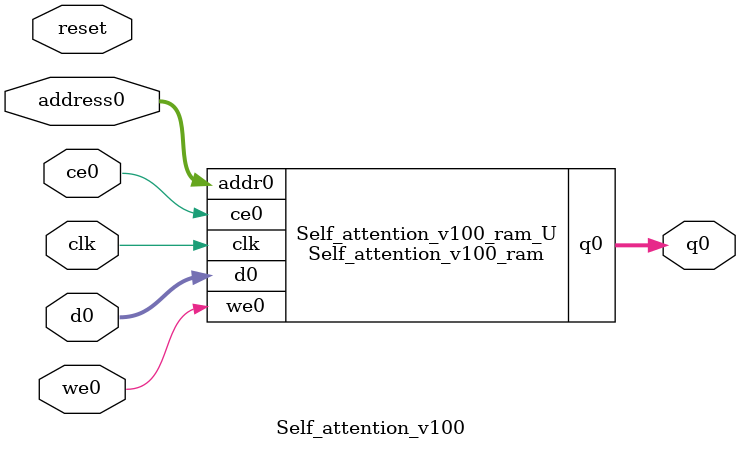
<source format=v>
`timescale 1 ns / 1 ps
module Self_attention_v100_ram (addr0, ce0, d0, we0, q0,  clk);

parameter DWIDTH = 32;
parameter AWIDTH = 8;
parameter MEM_SIZE = 144;

input[AWIDTH-1:0] addr0;
input ce0;
input[DWIDTH-1:0] d0;
input we0;
output reg[DWIDTH-1:0] q0;
input clk;

(* ram_style = "block" *)reg [DWIDTH-1:0] ram[0:MEM_SIZE-1];




always @(posedge clk)  
begin 
    if (ce0) begin
        if (we0) 
            ram[addr0] <= d0; 
        q0 <= ram[addr0];
    end
end


endmodule

`timescale 1 ns / 1 ps
module Self_attention_v100(
    reset,
    clk,
    address0,
    ce0,
    we0,
    d0,
    q0);

parameter DataWidth = 32'd32;
parameter AddressRange = 32'd144;
parameter AddressWidth = 32'd8;
input reset;
input clk;
input[AddressWidth - 1:0] address0;
input ce0;
input we0;
input[DataWidth - 1:0] d0;
output[DataWidth - 1:0] q0;



Self_attention_v100_ram Self_attention_v100_ram_U(
    .clk( clk ),
    .addr0( address0 ),
    .ce0( ce0 ),
    .we0( we0 ),
    .d0( d0 ),
    .q0( q0 ));

endmodule


</source>
